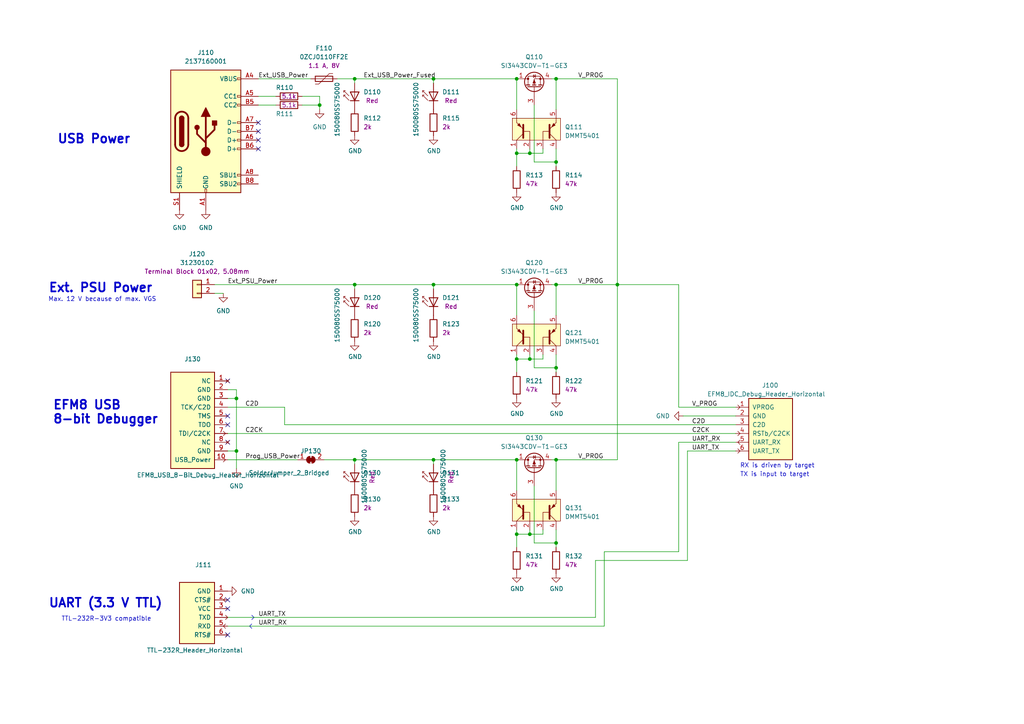
<source format=kicad_sch>
(kicad_sch (version 20211123) (generator eeschema)
  (paper "A4")
  (lib_symbols
    (symbol "Connector_Special_Purpose_User:EFM8_IDC_Debug_Header_Horizontal" (pin_names (offset 1.016))
      (property "Reference" "J" (at 0 8.89 0))
      (property "Value" "EFM8_IDC_Debug_Header_Horizontal" (at 4.445 -11.43 0))
      (property "Manufacturer" "Wurth Electronics" (at -7.62 -21.59 0))
      (property "MPN" "61200621721" (at 8.89 -21.59 0))
      (property "Supplier" "Digi-Key" (at -5.08 -24.13 0))
      (property "SPN" "732-5404-ND" (at 7.62 -24.13 0))
      (symbol "EFM8_IDC_Debug_Header_Horizontal_0_1"
        (polyline (pts (xy -4.445 -8.255) (xy -3.81 -7.62) (xy -4.445 -6.985)))
        (polyline (pts (xy -4.445 -3.175) (xy -3.81 -2.54) (xy -4.445 -1.905)))
        (polyline (pts (xy -4.445 4.445) (xy -3.81 5.08) (xy -4.445 5.715)))
        (polyline (pts (xy -3.81 -4.445) (xy -4.445 -5.08) (xy -3.81 -5.715)))
      )
      (symbol "EFM8_IDC_Debug_Header_Horizontal_1_1"
        (rectangle (start -1.27 7.62) (end 11.43 -10.16) (stroke (width 0.254)) (fill (type background)))
        (pin input line (at -5.08 5.08 0) (length 3.81) (name "VPROG") (number "1"))
        (pin power_out line (at -5.08 2.54 0) (length 3.81) (name "GND") (number "2"))
        (pin bidirectional line (at -5.08 0 0) (length 3.81) (name "C2D") (number "3"))
        (pin input line (at -5.08 -2.54 0) (length 3.81) (name "RSTb/C2CK") (number "4"))
        (pin output line (at -5.08 -5.08 0) (length 3.81) (name "UART_RX") (number "5"))
        (pin input line (at -5.08 -7.62 0) (length 3.81) (name "UART_TX") (number "6"))
      )
    )
    (symbol "Connector_Special_Purpose_User:EFM8_USB_8-Bit_Debug_Header_Horizontal" (pin_names (offset 1.016))
      (property "Reference" "J" (at 0 13.97 0))
      (property "Value" "EFM8_USB_8-Bit_Debug_Header_Horizontal" (at 0.635 -17.145 0))
      (symbol "EFM8_USB_8-Bit_Debug_Header_Horizontal_0_1"
        (polyline (pts (xy -3.81 -12.065) (xy -4.445 -12.7) (xy -3.81 -13.335)))
        (polyline (pts (xy -3.81 -4.445) (xy -4.445 -5.08) (xy -3.81 -5.715)))
      )
      (symbol "EFM8_USB_8-Bit_Debug_Header_Horizontal_1_1"
        (rectangle (start -1.27 12.7) (end 11.43 -15.24) (stroke (width 0.254)) (fill (type background)))
        (pin no_connect line (at -5.08 10.16 0) (length 3.81) (name "NC") (number "1"))
        (pin power_out line (at -5.08 -12.7 0) (length 3.81) (name "USB_Power") (number "10"))
        (pin power_out line (at -5.08 7.62 0) (length 3.81) (name "GND") (number "2"))
        (pin power_out line (at -5.08 5.08 0) (length 3.81) (name "GND") (number "3"))
        (pin bidirectional line (at -5.08 2.54 0) (length 3.81) (name "TCK/C2D") (number "4"))
        (pin passive line (at -5.08 0 0) (length 3.81) (name "TMS") (number "5"))
        (pin passive line (at -5.08 -2.54 0) (length 3.81) (name "TDO") (number "6"))
        (pin output line (at -5.08 -5.08 0) (length 3.81) (name "TDI/C2CK") (number "7"))
        (pin no_connect line (at -5.08 -7.62 0) (length 3.81) (name "NC") (number "8"))
        (pin power_out line (at -5.08 -10.16 0) (length 3.81) (name "GND") (number "9"))
      )
    )
    (symbol "Connector_Special_Purpose_User:TTL-232R_Header_Horizontal" (pin_names (offset 1.016))
      (property "Reference" "J" (at -3.81 10.16 0))
      (property "Value" "TTL-232R_Header_Horizontal" (at 0.635 -10.795 0))
      (symbol "TTL-232R_Header_Horizontal_0_1"
        (polyline (pts (xy -8.89 -6.35) (xy -8.255 -6.985)))
        (polyline (pts (xy -8.89 -6.35) (xy -8.255 -5.715)))
        (polyline (pts (xy -8.89 -1.27) (xy -8.255 -1.905)))
        (polyline (pts (xy -8.89 -1.27) (xy -8.255 -0.635)))
        (polyline (pts (xy -7.62 -3.81) (xy -8.255 -4.445)))
        (polyline (pts (xy -7.62 -3.81) (xy -8.255 -3.175)))
        (polyline (pts (xy -7.62 3.81) (xy -8.255 3.175)))
        (polyline (pts (xy -7.62 3.81) (xy -8.255 4.445)))
      )
      (symbol "TTL-232R_Header_Horizontal_1_1"
        (rectangle (start -5.08 8.89) (end 5.08 -8.89) (stroke (width 0.254)) (fill (type background)))
        (pin power_out line (at -8.89 6.35 0) (length 3.81) (name "GND") (number "1"))
        (pin input line (at -8.89 3.81 0) (length 3.81) (name "CTS#") (number "2"))
        (pin power_out line (at -8.89 1.27 0) (length 3.81) (name "VCC") (number "3"))
        (pin output line (at -8.89 -1.27 0) (length 3.81) (name "TXD") (number "4"))
        (pin input line (at -8.89 -3.81 0) (length 3.81) (name "RXD") (number "5"))
        (pin output line (at -8.89 -6.35 0) (length 3.81) (name "RTS#") (number "6"))
      )
    )
    (symbol "Connector_User:2137160001" (pin_names (offset 1.016))
      (property "Reference" "J" (at -10.16 19.05 0))
      (property "Value" "2137160001" (at 19.05 19.05 0))
      (symbol "2137160001_0_0"
        (rectangle (start -0.254 -17.78) (end 0.254 -16.764))
        (rectangle (start 10.16 -14.986) (end 9.144 -15.494))
        (rectangle (start 10.16 -12.446) (end 9.144 -12.954))
        (rectangle (start 10.16 -4.826) (end 9.144 -5.334))
        (rectangle (start 10.16 -2.286) (end 9.144 -2.794))
        (rectangle (start 10.16 0.254) (end 9.144 -0.254))
        (rectangle (start 10.16 2.794) (end 9.144 2.286))
        (rectangle (start 10.16 7.874) (end 9.144 7.366))
        (rectangle (start 10.16 10.414) (end 9.144 9.906))
        (rectangle (start 10.16 15.494) (end 9.144 14.986))
      )
      (symbol "2137160001_0_1"
        (rectangle (start -10.16 17.78) (end 10.16 -17.78) (stroke (width 0.254)) (fill (type background)))
        (arc (start -8.89 -3.81) (mid -6.985 -5.715) (end -5.08 -3.81) (stroke (width 0.508)))
        (arc (start -7.62 -3.81) (mid -6.985 -4.445) (end -6.35 -3.81) (stroke (width 0.254)))
        (arc (start -7.62 -3.81) (mid -6.985 -4.445) (end -6.35 -3.81) (stroke (width 0.254)) (fill (type outline)))
        (rectangle (start -7.62 -3.81) (end -6.35 3.81) (stroke (width 0.254)) (fill (type outline)))
        (arc (start -6.35 3.81) (mid -6.985 4.445) (end -7.62 3.81) (stroke (width 0.254)))
        (arc (start -6.35 3.81) (mid -6.985 4.445) (end -7.62 3.81) (stroke (width 0.254)) (fill (type outline)))
        (arc (start -5.08 3.81) (mid -6.985 5.715) (end -8.89 3.81) (stroke (width 0.508)))
        (circle (center -2.54 1.143) (radius 0.635) (stroke (width 0.254)) (fill (type outline)))
        (circle (center 0 -5.842) (radius 1.27) (fill (type outline)))
        (polyline (pts (xy -8.89 -3.81) (xy -8.89 3.81)) (stroke (width 0.508)))
        (polyline (pts (xy -5.08 3.81) (xy -5.08 -3.81)) (stroke (width 0.508)))
        (polyline (pts (xy 0 -5.842) (xy 0 4.318)) (stroke (width 0.508)))
        (polyline (pts (xy 0 -3.302) (xy -2.54 -0.762) (xy -2.54 0.508)) (stroke (width 0.508)))
        (polyline (pts (xy 0 -2.032) (xy 2.54 0.508) (xy 2.54 1.778)) (stroke (width 0.508)))
        (polyline (pts (xy -1.27 4.318) (xy 0 6.858) (xy 1.27 4.318) (xy -1.27 4.318)) (stroke (width 0.254)) (fill (type outline)))
        (rectangle (start 1.905 1.778) (end 3.175 3.048) (stroke (width 0.254)) (fill (type outline)))
      )
      (symbol "2137160001_1_1"
        (pin passive line (at 0 -22.86 90) (length 5.08) (name "GND") (number "A1"))
        (pin passive line (at 0 -22.86 90) (length 5.08) hide (name "GND") (number "A12"))
        (pin passive line (at 15.24 15.24 180) (length 5.08) (name "VBUS") (number "A4"))
        (pin bidirectional line (at 15.24 10.16 180) (length 5.08) (name "CC1") (number "A5"))
        (pin bidirectional line (at 15.24 -2.54 180) (length 5.08) (name "D+") (number "A6"))
        (pin bidirectional line (at 15.24 2.54 180) (length 5.08) (name "D-") (number "A7"))
        (pin bidirectional line (at 15.24 -12.7 180) (length 5.08) (name "SBU1") (number "A8"))
        (pin passive line (at 15.24 15.24 180) (length 5.08) hide (name "VBUS") (number "A9"))
        (pin passive line (at 0 -22.86 90) (length 5.08) hide (name "GND") (number "B1"))
        (pin passive line (at 0 -22.86 90) (length 5.08) hide (name "GND") (number "B12"))
        (pin passive line (at 15.24 15.24 180) (length 5.08) hide (name "VBUS") (number "B4"))
        (pin bidirectional line (at 15.24 7.62 180) (length 5.08) (name "CC2") (number "B5"))
        (pin bidirectional line (at 15.24 -5.08 180) (length 5.08) (name "D+") (number "B6"))
        (pin bidirectional line (at 15.24 0 180) (length 5.08) (name "D-") (number "B7"))
        (pin bidirectional line (at 15.24 -15.24 180) (length 5.08) (name "SBU2") (number "B8"))
        (pin passive line (at 15.24 15.24 180) (length 5.08) hide (name "VBUS") (number "B9"))
        (pin passive line (at -7.62 -22.86 90) (length 5.08) (name "SHIELD") (number "S1"))
      )
    )
    (symbol "Connector_User:31230102" (pin_names (offset 3) hide)
      (property "Reference" "J" (at 0 3.81 0))
      (property "Value" "31230102" (at 0 -5.08 0))
      (property "Pretty Value" "Terminal Block 01x02, 5.08mm" (at -0.635 -6.985 0))
      (symbol "31230102_1_1"
        (rectangle (start -1.27 -1.143) (end 0 -1.397) (stroke (width 0.1524)))
        (rectangle (start -1.27 1.397) (end 0 1.143) (stroke (width 0.1524)))
        (rectangle (start -1.27 2.54) (end 1.27 -2.54) (stroke (width 0.254)) (fill (type background)))
        (pin passive line (at -5.08 1.27 0) (length 3.81) (name "Pin_1") (number "1"))
        (pin passive line (at -5.08 -1.27 0) (length 3.81) (name "Pin_2") (number "2"))
      )
    )
    (symbol "Fuse_User:0ZCJ0110FF2E" (pin_numbers hide) (pin_names (offset 0))
      (property "Reference" "F" (at -2.54 0 90))
      (property "Value" "0ZCJ0110FF2E" (at 2.54 0 90))
      (property "Info" "1.1 A, 8V" (at 5.08 -5.08 90))
      (symbol "0ZCJ0110FF2E_1_1"
        (rectangle (start -0.762 2.54) (end 0.762 -2.54) (stroke (width 0.254)))
        (polyline (pts (xy 0 2.54) (xy 0 -2.54)))
        (polyline (pts (xy -1.524 2.54) (xy -1.524 1.524) (xy 1.524 -1.524) (xy 1.524 -2.54)))
        (pin passive line (at 0 3.81 270) (length 1.27) (name "~") (number "1"))
        (pin passive line (at 0 -3.81 90) (length 1.27) (name "~") (number "2"))
      )
    )
    (symbol "Jumper:SolderJumper_2_Bridged" (pin_names (offset 0) hide)
      (property "Reference" "JP" (at 0 2.032 0))
      (property "Value" "SolderJumper_2_Bridged" (at 0 -2.54 0))
      (symbol "SolderJumper_2_Bridged_0_1"
        (rectangle (start -0.508 0.508) (end 0.508 -0.508) (fill (type outline)))
        (arc (start -0.254 1.016) (mid -1.27 0) (end -0.254 -1.016))
        (arc (start -0.254 1.016) (mid -1.27 0) (end -0.254 -1.016) (fill (type outline)))
        (polyline (pts (xy -0.254 1.016) (xy -0.254 -1.016)))
        (polyline (pts (xy 0.254 1.016) (xy 0.254 -1.016)))
        (arc (start 0.254 -1.016) (mid 1.27 0) (end 0.254 1.016))
        (arc (start 0.254 -1.016) (mid 1.27 0) (end 0.254 1.016) (fill (type outline)))
      )
      (symbol "SolderJumper_2_Bridged_1_1"
        (pin passive line (at -3.81 0 0) (length 2.54) (name "A") (number "1"))
        (pin passive line (at 3.81 0 180) (length 2.54) (name "B") (number "2"))
      )
    )
    (symbol "LED_User:150080SS75000" (pin_numbers hide) (pin_names (offset 1.016) hide)
      (property "Reference" "D" (at 0.508 1.778 0))
      (property "Value" "150080SS75000" (at -1.016 -2.794 0))
      (property "Info" "Red" (at -1.27 -5.08 0))
      (symbol "150080SS75000_0_1"
        (polyline (pts (xy -2.54 1.27) (xy -2.54 -1.27)) (stroke (width 0.254)))
        (polyline (pts (xy 0 0) (xy -2.54 0)))
        (polyline (pts (xy 0.381 3.175) (xy -0.127 3.175)))
        (polyline (pts (xy -1.143 1.651) (xy 0.381 3.175) (xy 0.381 2.667)))
        (polyline (pts (xy 0 -1.27) (xy -2.54 0) (xy 0 1.27) (xy 0 -1.27)) (stroke (width 0.254)))
        (polyline (pts (xy -2.413 1.651) (xy -0.889 3.175) (xy -0.889 2.667) (xy -0.889 3.175) (xy -1.397 3.175)))
      )
      (symbol "150080SS75000_1_1"
        (pin passive line (at -5.08 0 0) (length 2.54) (name "K") (number "1"))
        (pin passive line (at 2.54 0 180) (length 2.54) (name "A") (number "2"))
      )
    )
    (symbol "Resistor_User:2k,0603" (pin_numbers hide) (pin_names (offset 0.254) hide)
      (property "Reference" "R" (at 0 -0.635 90))
      (property "Resistance" "2k" (at 1.905 0 0))
      (symbol "2k,0603_1_1"
        (rectangle (start -1.016 -2.54) (end 1.016 2.54) (stroke (width 0.254)))
        (pin passive line (at 0 3.81 270) (length 1.27) (name "~") (number "1"))
        (pin passive line (at 0 -3.81 90) (length 1.27) (name "~") (number "2"))
      )
    )
    (symbol "Resistor_User:47k,0603" (pin_numbers hide) (pin_names (offset 0.254) hide)
      (property "Reference" "R" (at 0 -0.635 90))
      (property "Resistance" "47k" (at 1.905 0 0))
      (symbol "47k,0603_1_1"
        (rectangle (start -1.016 -2.54) (end 1.016 2.54) (stroke (width 0.254)))
        (pin passive line (at 0 3.81 270) (length 1.27) (name "~") (number "1"))
        (pin passive line (at 0 -3.81 90) (length 1.27) (name "~") (number "2"))
      )
    )
    (symbol "Resistor_User:5.1k,0603" (pin_numbers hide) (pin_names (offset 0.254) hide)
      (property "Reference" "R" (at 0 -0.635 90))
      (property "Resistance" "5.1k" (at 1.905 0 0))
      (symbol "5.1k,0603_1_1"
        (rectangle (start -1.016 -2.54) (end 1.016 2.54) (stroke (width 0.254)))
        (pin passive line (at 0 3.81 270) (length 1.27) (name "~") (number "1"))
        (pin passive line (at 0 -3.81 90) (length 1.27) (name "~") (number "2"))
      )
    )
    (symbol "Transistor_BJT_User:DMMT5401" (pin_names hide)
      (property "Reference" "Q" (at 10.16 2.54 0))
      (property "Value" "DMMT5401" (at 13.97 0 0))
      (symbol "DMMT5401_0_1"
        (rectangle (start -6.35 3.81) (end 7.62 -2.54) (fill (type background)))
        (polyline (pts (xy -5.08 -2.54) (xy -3.175 -0.635)))
        (polyline (pts (xy -5.08 2.54) (xy -5.08 3.81)))
        (polyline (pts (xy -5.08 2.54) (xy -3.175 0.635)))
        (polyline (pts (xy -2.54 0) (xy -3.175 0)))
        (polyline (pts (xy 3.81 0) (xy 4.445 0)))
        (polyline (pts (xy 6.35 -2.54) (xy 4.445 -0.635)))
        (polyline (pts (xy 6.35 2.54) (xy 4.445 0.635)))
        (polyline (pts (xy 6.35 3.81) (xy 6.35 2.54)))
        (polyline (pts (xy -3.175 -1.905) (xy -3.175 1.905) (xy -3.175 1.905)) (stroke (width 0.508)) (fill (type outline)))
        (polyline (pts (xy -2.54 0) (xy -1.27 0) (xy -1.27 -2.54)))
        (polyline (pts (xy 3.81 0) (xy 2.54 0) (xy 2.54 -2.54)))
        (polyline (pts (xy 4.445 -1.905) (xy 4.445 1.905) (xy 4.445 1.905)) (stroke (width 0.508)) (fill (type outline)))
        (polyline (pts (xy -4.318 2.286) (xy -4.826 1.778) (xy -3.81 1.27) (xy -4.318 2.286) (xy -4.318 2.286)) (fill (type outline)))
        (polyline (pts (xy 5.588 2.286) (xy 6.096 1.778) (xy 5.08 1.27) (xy 5.588 2.286) (xy 5.588 2.286)) (fill (type outline)))
      )
      (symbol "DMMT5401_1_1"
        (pin passive line (at -5.08 -5.08 90) (length 2.54) (name "C1") (number "1"))
        (pin passive line (at -1.27 -5.08 90) (length 2.54) (name "B1") (number "2"))
        (pin passive line (at 2.54 -5.08 90) (length 2.54) (name "B2") (number "3"))
        (pin passive line (at 6.35 -5.08 90) (length 2.54) (name "C2") (number "4"))
        (pin passive line (at 6.35 6.35 270) (length 2.54) (name "E2") (number "5"))
        (pin passive line (at -5.08 6.35 270) (length 2.54) (name "E1") (number "6"))
      )
    )
    (symbol "Transistor_FET_User:SI3443CDV-T1-GE3" (pin_names hide)
      (property "Reference" "Q" (at 5.08 1.905 0))
      (property "Value" "SI3443CDV-T1-GE3" (at 5.08 0 0))
      (symbol "SI3443CDV-T1-GE3_0_0"
        (pin passive line (at 2.54 5.08 270) (length 2.54) hide (name "D") (number "2"))
        (pin passive line (at 2.54 5.08 270) (length 2.54) hide (name "D") (number "5"))
        (pin passive line (at 2.54 5.08 270) (length 2.54) hide (name "D") (number "6"))
      )
      (symbol "SI3443CDV-T1-GE3_0_1"
        (polyline (pts (xy 0.254 0) (xy -2.54 0)))
        (polyline (pts (xy 0.254 1.905) (xy 0.254 -1.905)) (stroke (width 0.254)))
        (polyline (pts (xy 0.762 -1.27) (xy 0.762 -2.286)) (stroke (width 0.254)))
        (polyline (pts (xy 0.762 0.508) (xy 0.762 -0.508)) (stroke (width 0.254)))
        (polyline (pts (xy 0.762 2.286) (xy 0.762 1.27)) (stroke (width 0.254)))
        (polyline (pts (xy 2.54 2.54) (xy 2.54 1.778)))
        (polyline (pts (xy 2.54 -2.54) (xy 2.54 0) (xy 0.762 0)))
        (polyline (pts (xy 0.762 1.778) (xy 3.302 1.778) (xy 3.302 -1.778) (xy 0.762 -1.778)))
        (polyline (pts (xy 2.286 0) (xy 1.27 0.381) (xy 1.27 -0.381) (xy 2.286 0)) (fill (type outline)))
        (polyline (pts (xy 2.794 -0.508) (xy 2.921 -0.381) (xy 3.683 -0.381) (xy 3.81 -0.254)))
        (polyline (pts (xy 3.302 -0.381) (xy 2.921 0.254) (xy 3.683 0.254) (xy 3.302 -0.381)))
        (circle (center 1.651 0) (radius 2.794) (stroke (width 0.254)))
        (circle (center 2.54 -1.778) (radius 0.254) (fill (type outline)))
        (circle (center 2.54 1.778) (radius 0.254) (fill (type outline)))
      )
      (symbol "SI3443CDV-T1-GE3_1_1"
        (pin passive line (at 2.54 5.08 270) (length 2.54) (name "D") (number "1"))
        (pin input line (at -5.08 0 0) (length 2.54) (name "G") (number "3"))
        (pin passive line (at 2.54 -5.08 90) (length 2.54) (name "S") (number "4"))
      )
    )
    (symbol "power:GND" (power) (pin_names (offset 0))
      (property "Value" "GND" (at 0 -3.81 0))
      (symbol "GND_0_1"
        (polyline (pts (xy 0 0) (xy 0 -1.27) (xy 1.27 -1.27) (xy 0 -2.54) (xy -1.27 -1.27) (xy 0 -1.27)))
      )
      (symbol "GND_1_1"
        (pin power_in line (at 0 0 270) (length 0) hide (name "GND") (number "1"))
      )
    )
  )
  (junction (at 161.29 106.68))
  (junction (at 102.87 22.86))
  (junction (at 68.58 130.81))
  (junction (at 92.71 30.48))
  (junction (at 149.86 104.14))
  (junction (at 149.86 82.55))
  (junction (at 102.87 82.55))
  (junction (at 125.73 133.35))
  (junction (at 161.29 46.99))
  (junction (at 149.86 133.35))
  (junction (at 179.07 82.55))
  (junction (at 102.87 133.35))
  (junction (at 161.29 22.86))
  (junction (at 153.67 44.45))
  (junction (at 161.29 82.55))
  (junction (at 125.73 82.55))
  (junction (at 153.67 154.94))
  (junction (at 125.73 22.86))
  (junction (at 149.86 154.94))
  (junction (at 149.86 44.45))
  (junction (at 161.29 157.48))
  (junction (at 149.86 22.86))
  (junction (at 68.58 115.57))
  (junction (at 161.29 133.35))
  (junction (at 153.67 104.14))
  (no_connect (at 74.93 35.56))
  (no_connect (at 74.93 38.1))
  (no_connect (at 74.93 40.64))
  (no_connect (at 74.93 43.18))
  (no_connect (at 66.04 176.53))
  (no_connect (at 66.04 173.99))
  (no_connect (at 66.04 184.15))
  (no_connect (at 66.04 128.27))
  (no_connect (at 66.04 123.19))
  (no_connect (at 66.04 120.65))
  (no_connect (at 66.04 110.49))
  (wire (pts (xy 198.12 120.65) (xy 213.36 120.65)))
  (wire (pts (xy 154.94 46.99) (xy 161.29 46.99)))
  (wire (pts (xy 154.94 30.48) (xy 154.94 46.99)))
  (wire (pts (xy 102.87 24.13) (xy 102.87 22.86)))
  (wire (pts (xy 62.23 82.55) (xy 102.87 82.55)))
  (wire (pts (xy 157.48 44.45) (xy 153.67 44.45)))
  (polyline (pts (xy 73.025 178.435) (xy 73.66 179.07)))
  (wire (pts (xy 74.93 22.86) (xy 90.17 22.86)))
  (wire (pts (xy 149.86 107.95) (xy 149.86 104.14)))
  (wire (pts (xy 153.67 154.94) (xy 149.86 154.94)))
  (wire (pts (xy 66.04 125.73) (xy 213.36 125.73)))
  (wire (pts (xy 87.63 27.94) (xy 92.71 27.94)))
  (wire (pts (xy 102.87 133.35) (xy 125.73 133.35)))
  (wire (pts (xy 196.85 82.55) (xy 179.07 82.55)))
  (wire (pts (xy 66.04 115.57) (xy 68.58 115.57)))
  (wire (pts (xy 149.86 158.75) (xy 149.86 154.94)))
  (wire (pts (xy 92.71 30.48) (xy 87.63 30.48)))
  (wire (pts (xy 199.39 130.81) (xy 213.36 130.81)))
  (wire (pts (xy 157.48 104.14) (xy 153.67 104.14)))
  (wire (pts (xy 175.26 160.02) (xy 175.26 181.61)))
  (wire (pts (xy 172.72 162.56) (xy 199.39 162.56)))
  (wire (pts (xy 82.55 123.19) (xy 82.55 118.11)))
  (wire (pts (xy 172.72 162.56) (xy 172.72 179.07)))
  (wire (pts (xy 161.29 102.87) (xy 161.29 106.68)))
  (wire (pts (xy 66.04 181.61) (xy 175.26 181.61)))
  (wire (pts (xy 157.48 154.94) (xy 153.67 154.94)))
  (wire (pts (xy 66.04 130.81) (xy 68.58 130.81)))
  (wire (pts (xy 157.48 102.87) (xy 157.48 104.14)))
  (wire (pts (xy 179.07 22.86) (xy 179.07 82.55)))
  (wire (pts (xy 154.94 106.68) (xy 161.29 106.68)))
  (wire (pts (xy 161.29 82.55) (xy 161.29 91.44)))
  (wire (pts (xy 161.29 153.67) (xy 161.29 157.48)))
  (polyline (pts (xy 72.39 181.61) (xy 73.025 182.245)))
  (wire (pts (xy 161.29 106.68) (xy 161.29 107.95)))
  (wire (pts (xy 157.48 153.67) (xy 157.48 154.94)))
  (wire (pts (xy 196.85 118.11) (xy 213.36 118.11)))
  (wire (pts (xy 149.86 142.24) (xy 149.86 133.35)))
  (wire (pts (xy 68.58 113.03) (xy 68.58 115.57)))
  (wire (pts (xy 125.73 83.82) (xy 125.73 82.55)))
  (wire (pts (xy 161.29 22.86) (xy 160.02 22.86)))
  (wire (pts (xy 149.86 104.14) (xy 149.86 102.87)))
  (wire (pts (xy 125.73 133.35) (xy 149.86 133.35)))
  (wire (pts (xy 153.67 44.45) (xy 149.86 44.45)))
  (wire (pts (xy 161.29 133.35) (xy 160.02 133.35)))
  (wire (pts (xy 196.85 128.27) (xy 213.36 128.27)))
  (wire (pts (xy 102.87 134.62) (xy 102.87 133.35)))
  (wire (pts (xy 154.94 140.97) (xy 154.94 157.48)))
  (wire (pts (xy 199.39 162.56) (xy 199.39 130.81)))
  (wire (pts (xy 125.73 134.62) (xy 125.73 133.35)))
  (polyline (pts (xy 73.025 179.705) (xy 73.66 179.07)))
  (wire (pts (xy 161.29 82.55) (xy 160.02 82.55)))
  (wire (pts (xy 154.94 90.17) (xy 154.94 106.68)))
  (wire (pts (xy 74.93 27.94) (xy 80.01 27.94)))
  (wire (pts (xy 102.87 83.82) (xy 102.87 82.55)))
  (wire (pts (xy 149.86 44.45) (xy 149.86 43.18)))
  (wire (pts (xy 154.94 157.48) (xy 161.29 157.48)))
  (wire (pts (xy 149.86 31.75) (xy 149.86 22.86)))
  (wire (pts (xy 161.29 157.48) (xy 161.29 158.75)))
  (wire (pts (xy 92.71 31.75) (xy 92.71 30.48)))
  (wire (pts (xy 66.04 179.07) (xy 172.72 179.07)))
  (wire (pts (xy 149.86 154.94) (xy 149.86 153.67)))
  (wire (pts (xy 92.71 27.94) (xy 92.71 30.48)))
  (wire (pts (xy 93.98 133.35) (xy 102.87 133.35)))
  (polyline (pts (xy 72.39 181.61) (xy 73.025 180.975)))
  (wire (pts (xy 153.67 104.14) (xy 149.86 104.14)))
  (wire (pts (xy 161.29 46.99) (xy 161.29 48.26)))
  (wire (pts (xy 125.73 82.55) (xy 149.86 82.55)))
  (wire (pts (xy 125.73 24.13) (xy 125.73 22.86)))
  (wire (pts (xy 153.67 43.18) (xy 153.67 44.45)))
  (wire (pts (xy 157.48 43.18) (xy 157.48 44.45)))
  (wire (pts (xy 102.87 82.55) (xy 125.73 82.55)))
  (wire (pts (xy 179.07 133.35) (xy 179.07 82.55)))
  (wire (pts (xy 196.85 82.55) (xy 196.85 118.11)))
  (wire (pts (xy 68.58 115.57) (xy 68.58 130.81)))
  (wire (pts (xy 161.29 43.18) (xy 161.29 46.99)))
  (wire (pts (xy 66.04 133.35) (xy 86.36 133.35)))
  (wire (pts (xy 102.87 22.86) (xy 125.73 22.86)))
  (wire (pts (xy 153.67 102.87) (xy 153.67 104.14)))
  (wire (pts (xy 161.29 82.55) (xy 179.07 82.55)))
  (wire (pts (xy 64.77 85.09) (xy 62.23 85.09)))
  (wire (pts (xy 161.29 133.35) (xy 179.07 133.35)))
  (wire (pts (xy 175.26 160.02) (xy 196.85 160.02)))
  (wire (pts (xy 149.86 48.26) (xy 149.86 44.45)))
  (wire (pts (xy 161.29 22.86) (xy 179.07 22.86)))
  (wire (pts (xy 161.29 22.86) (xy 161.29 31.75)))
  (wire (pts (xy 66.04 118.11) (xy 82.55 118.11)))
  (wire (pts (xy 125.73 22.86) (xy 149.86 22.86)))
  (wire (pts (xy 153.67 153.67) (xy 153.67 154.94)))
  (wire (pts (xy 149.86 91.44) (xy 149.86 82.55)))
  (wire (pts (xy 80.01 30.48) (xy 74.93 30.48)))
  (wire (pts (xy 68.58 130.81) (xy 68.58 135.89)))
  (wire (pts (xy 196.85 160.02) (xy 196.85 128.27)))
  (wire (pts (xy 82.55 123.19) (xy 213.36 123.19)))
  (wire (pts (xy 97.79 22.86) (xy 102.87 22.86)))
  (wire (pts (xy 66.04 113.03) (xy 68.58 113.03)))
  (wire (pts (xy 161.29 133.35) (xy 161.29 142.24)))
  (text "Ext. PSU Power" (at 13.97 85.09 0) (effects (font (size 2.54 2.54) (thickness 0.508) bold) (justify left bottom)))
  (text "TX is input to target" (at 214.63 138.43 0) (effects (font (size 1.27 1.27)) (justify left bottom)))
  (text "UART (3.3 V TTL)" (at 13.97 176.53 0) (effects (font (size 2.54 2.54) (thickness 0.508) bold) (justify left bottom)))
  (text "Max. 12 V because of max. VGS" (at 13.97 87.63 0) (effects (font (size 1.27 1.27)) (justify left bottom)))
  (text "USB Power" (at 16.51 41.91 0) (effects (font (size 2.54 2.54) (thickness 0.508) bold) (justify left bottom)))
  (text "TTL-232R-3V3 compatible" (at 17.78 180.34 0) (effects (font (size 1.27 1.27)) (justify left bottom)))
  (text "RX is driven by target" (at 214.63 135.89 0) (effects (font (size 1.27 1.27)) (justify left bottom)))
  (text "EFM8 USB\n8-bit Debugger" (at 15.24 123.19 0) (effects (font (size 2.54 2.54) (thickness 0.508) bold) (justify left bottom)))
  (label "UART_RX" (at 200.66 128.27 0))
  (label "UART_TX" (at 200.66 130.81 0))
  (label "V_PROG" (at 167.64 133.35 0))
  (label "V_PROG" (at 167.64 22.86 0))
  (label "C2D" (at 71.12 118.11 0))
  (label "V_PROG" (at 200.66 118.11 0))
  (label "UART_TX" (at 74.93 179.07 0))
  (label "Ext_USB_Power_Fused" (at 105.41 22.86 0))
  (label "Prog_USB_Power" (at 71.12 133.35 0))
  (label "V_PROG" (at 167.64 82.55 0))
  (label "Ext_PSU_Power" (at 66.04 82.55 0))
  (label "C2D" (at 200.66 123.19 0))
  (label "C2CK" (at 200.66 125.73 0))
  (label "Ext_USB_Power" (at 74.93 22.86 0))
  (label "UART_RX" (at 74.93 181.61 0))
  (label "C2CK" (at 71.12 125.73 0))
  (symbol (lib_id "Transistor_BJT_User:DMMT5401") (at 154.94 38.1 0) (unit 1)
    (property "Reference" "Q111" (at 163.83 36.83 0) (effects (justify left)))
    (property "Value" "DMMT5401" (at 163.83 39.37 0) (effects (justify left)))
    (property "Footprint" "Package_TO_SOT_SMD_User:SOT-23-6_Handsoldering" (effects hide))
    (property "Datasheet" "https://www.diodes.com/assets/Datasheets/ds30437.pdf" (effects hide))
    (property "Manufacturer" "Diodes Inc." (effects hide))
    (property "MPN" "DMMT5401-7-F" (effects hide))
    (property "Supplier" "Digi-Key" (effects hide))
    (property "SPN" "DMMT5401-FDICT-ND" (effects hide))
  )
  (symbol (lib_id "power:GND") (at 66.04 171.45 90) (unit 1)
    (property "Reference" "#PWR0140" (effects hide))
    (property "Value" "GND" (at 69.85 171.4499 90) (effects (justify right)))
  )
  (symbol (lib_id "power:GND") (at 102.87 99.06 0) (unit 1)
    (property "Reference" "#PWR0121" (effects hide))
    (property "Value" "GND" (at 102.997 103.4542 0))
  )
  (symbol (lib_id "power:GND") (at 198.12 120.65 270) (unit 1)
    (property "Reference" "#PWR0113" (effects hide))
    (property "Value" "GND" (at 194.31 120.6499 90) (effects (justify right)))
  )
  (symbol (lib_id "Fuse_User:0ZCJ0110FF2E") (at 93.98 22.86 90) (unit 1)
    (property "Reference" "F110" (at 93.98 13.97 90))
    (property "Value" "0ZCJ0110FF2E" (at 93.98 16.51 90))
    (property "Footprint" "Fuse:Fuse_1206_3216Metric_Pad1.42x1.75mm_HandSolder" (effects hide))
    (property "Datasheet" "https://www.belfuse.com/resources/datasheets/circuitprotection/ds-cp-0zch-series.pdf" (effects hide))
    (property "Manufacturer" "Bel Fuse" (effects hide))
    (property "Supplier" "Digi-Key" (effects hide))
    (property "SPN" "507-1807-1-ND" (effects hide))
    (property "Info" "1.1 A, 8V" (at 93.98 19.05 90))
  )
  (symbol (lib_id "LED_User:150080SS75000") (at 102.87 26.67 90) (unit 1)
    (property "Reference" "D110" (at 105.41 26.67 90) (effects (justify right)))
    (property "Value" "150080SS75000" (at 97.79 31.75 0))
    (property "Footprint" "LED_SMD:LED_0805_2012Metric_Pad1.15x1.40mm_HandSolder" (effects hide))
    (property "Datasheet" "https://www.we-online.com/katalog/datasheet/150080SS75000.pdf" (effects hide))
    (property "Manufacturer" "Wurth Elektronik" (effects hide))
    (property "Supplier" "Digi-Key" (effects hide))
    (property "SPN" "732-4985-1-ND" (effects hide))
    (property "Info" "Red" (at 107.95 29.21 90))
  )
  (symbol (lib_id "power:GND") (at 149.86 55.88 0) (unit 1)
    (property "Reference" "#PWR0115" (effects hide))
    (property "Value" "GND" (at 149.987 60.2742 0))
  )
  (symbol (lib_id "power:GND") (at 125.73 99.06 0) (unit 1)
    (property "Reference" "#PWR0103" (effects hide))
    (property "Value" "GND" (at 125.857 103.4542 0))
  )
  (symbol (lib_id "power:GND") (at 161.29 55.88 0) (unit 1)
    (property "Reference" "#PWR0116" (effects hide))
    (property "Value" "GND" (at 161.417 60.2742 0))
  )
  (symbol (lib_id "Resistor_User:5.1k,0603") (at 83.82 27.94 90) (unit 1)
    (property "Reference" "R110" (at 82.55 25.4 90))
    (property "Value" "5.1k,0603" (effects hide))
    (property "Footprint" "Resistor_SMD:R_0603_1608Metric_Pad0.98x0.95mm_HandSolder" (effects hide))
    (property "Resistance" "5.1k" (at 83.82 27.94 90))
    (property "Tolerance" "1%" (effects hide))
    (property "Power" "0.1W" (effects hide))
    (property "Package" "0603" (effects hide))
  )
  (symbol (lib_id "Resistor_User:47k,0603") (at 161.29 162.56 0) (unit 1)
    (property "Reference" "R132" (at 163.83 161.2899 0) (effects (justify left)))
    (property "Value" "47k,0603" (effects hide))
    (property "Footprint" "Resistor_SMD:R_0603_1608Metric_Pad0.98x0.95mm_HandSolder" (effects hide))
    (property "Resistance" "47k" (at 163.83 163.8299 0) (effects (justify left)))
    (property "Tolerance" "1%" (effects hide))
    (property "Power" "0.1W" (effects hide))
    (property "Package" "0603" (effects hide))
  )
  (symbol (lib_id "Resistor_User:5.1k,0603") (at 83.82 30.48 90) (unit 1)
    (property "Reference" "R111" (at 82.55 33.02 90))
    (property "Value" "5.1k,0603" (effects hide))
    (property "Footprint" "Resistor_SMD:R_0603_1608Metric_Pad0.98x0.95mm_HandSolder" (effects hide))
    (property "Resistance" "5.1k" (at 83.82 30.48 90))
    (property "Tolerance" "1%" (effects hide))
    (property "Power" "0.1W" (effects hide))
    (property "Package" "0603" (effects hide))
  )
  (symbol (lib_id "power:GND") (at 64.77 85.09 0) (unit 1)
    (property "Reference" "#PWR0120" (effects hide))
    (property "Value" "GND" (at 64.77 90.17 0))
  )
  (symbol (lib_id "Transistor_FET_User:SI3443CDV-T1-GE3") (at 154.94 25.4 90) (unit 1)
    (property "Reference" "Q110" (at 154.94 16.51 90))
    (property "Value" "SI3443CDV-T1-GE3" (at 154.94 19.05 90))
    (property "Footprint" "Package_TO_SOT_SMD_User:SOT-23-6_Handsoldering" (effects hide))
    (property "Datasheet" "https://www.vishay.com/docs/74495/si3443cd.pdf" (effects hide))
    (property "Manufacturer" "Vishay Siliconix" (effects hide))
    (property "Supplier" "Digi-Key" (effects hide))
    (property "SPN" "SI3443CDV-T1-GE3CT-ND" (effects hide))
  )
  (symbol (lib_id "Jumper:SolderJumper_2_Bridged") (at 90.17 133.35 0) (unit 1)
    (property "Reference" "JP130" (at 90.17 130.81 0))
    (property "Value" "SolderJumper_2_Bridged" (at 83.82 137.16 0))
    (property "Footprint" "Jumper:SolderJumper-2_P1.3mm_Bridged_RoundedPad1.0x1.5mm" (effects hide))
  )
  (symbol (lib_id "power:GND") (at 161.29 166.37 0) (unit 1)
    (property "Reference" "#PWR0133" (effects hide))
    (property "Value" "GND" (at 161.417 170.7642 0))
  )
  (symbol (lib_id "Resistor_User:2k,0603") (at 102.87 146.05 0) (unit 1)
    (property "Reference" "R130" (at 105.41 144.7799 0) (effects (justify left)))
    (property "Value" "2k,0603" (effects hide))
    (property "Footprint" "Resistor_SMD:R_0603_1608Metric_Pad0.98x0.95mm_HandSolder" (effects hide))
    (property "Resistance" "2k" (at 105.41 147.3199 0) (effects (justify left)))
    (property "Tolerance" "1%" (effects hide))
    (property "Power" "0.1W" (effects hide))
    (property "Package" "0603" (effects hide))
  )
  (symbol (lib_id "Connector_User:31230102") (at 57.15 83.82 0) (mirror y) (unit 1)
    (property "Reference" "J120" (at 57.15 73.66 0))
    (property "Value" "31230102" (at 57.15 76.2 0))
    (property "Footprint" "Connector_Phoenix_MSTB:PhoenixContact_MSTBA_2,5_2-G-5,08_1x02_P5.08mm_Horizontal" (effects hide))
    (property "Datasheet" "https://www.metz-connect.com/html/overlay:service:download.en.html?filepath=db%3Aproducts%2Fdocid%3A8a8a80ea821fbff0018315b584d92138.de.1&fileurl=312301%2F873130.PDF" (effects hide))
    (property "Manufacturer" "Metz Connect" (effects hide))
    (property "MPN" "31230102" (effects hide))
    (property "Supplier" "Reichelt" (effects hide))
    (property "SPN" "31230102" (effects hide))
    (property "Pretty Value" "Terminal Block 01x02, 5.08mm" (at 57.15 78.74 0))
    (property "Mating Part" "Mates with 31249102" (effects hide))
  )
  (symbol (lib_id "Connector_Special_Purpose_User:TTL-232R_Header_Horizontal") (at 57.15 177.8 0) (mirror y) (unit 1)
    (property "Reference" "J111" (at 58.9915 163.83 0))
    (property "Value" "TTL-232R_Header_Horizontal" (at 56.515 188.595 0))
    (property "Footprint" "Connector_PinHeader_2.54mm:PinHeader_1x06_P2.54mm_Horizontal" (effects hide))
    (property "Datasheet" "https://www.we-online.com/katalog/datasheet/61300611021.pdf" (effects hide))
    (property "Manufacturer" "Wurth Electronics" (effects hide))
    (property "MPN" "61300611021" (effects hide))
    (property "Pretty Value 1" "01x06 Header, Vertical" (effects hide))
    (property "Supplier" "Digi-Key" (effects hide))
    (property "SPN" "732-5339-ND" (effects hide))
    (property "TTL-232R Datasheet" "https://ftdichip.com/wp-content/uploads/2021/02/DS_TTL-232R_CABLES.pdf" (effects hide))
  )
  (symbol (lib_id "power:GND") (at 102.87 39.37 0) (unit 1)
    (property "Reference" "#PWR0114" (effects hide))
    (property "Value" "GND" (at 102.997 43.7642 0))
  )
  (symbol (lib_id "Transistor_BJT_User:DMMT5401") (at 154.94 97.79 0) (unit 1)
    (property "Reference" "Q121" (at 163.83 96.52 0) (effects (justify left)))
    (property "Value" "DMMT5401" (at 163.83 99.06 0) (effects (justify left)))
    (property "Footprint" "Package_TO_SOT_SMD_User:SOT-23-6_Handsoldering" (effects hide))
    (property "Datasheet" "https://www.diodes.com/assets/Datasheets/ds30437.pdf" (effects hide))
    (property "Manufacturer" "Diodes Inc." (effects hide))
    (property "MPN" "DMMT5401-7-F" (effects hide))
    (property "Supplier" "Digi-Key" (effects hide))
    (property "SPN" "DMMT5401-FDICT-ND" (effects hide))
  )
  (symbol (lib_id "Resistor_User:2k,0603") (at 102.87 95.25 0) (unit 1)
    (property "Reference" "R120" (at 105.41 93.9799 0) (effects (justify left)))
    (property "Value" "2k,0603" (effects hide))
    (property "Footprint" "Resistor_SMD:R_0603_1608Metric_Pad0.98x0.95mm_HandSolder" (effects hide))
    (property "Resistance" "2k" (at 105.41 96.5199 0) (effects (justify left)))
    (property "Tolerance" "1%" (effects hide))
    (property "Power" "0.1W" (effects hide))
    (property "Package" "0603" (effects hide))
  )
  (symbol (lib_id "power:GND") (at 125.73 39.37 0) (unit 1)
    (property "Reference" "#PWR0102" (effects hide))
    (property "Value" "GND" (at 125.857 43.7642 0))
  )
  (symbol (lib_id "LED_User:150080SS75000") (at 125.73 137.16 90) (unit 1)
    (property "Reference" "D131" (at 128.27 137.16 90) (effects (justify right)))
    (property "Value" "150080SS75000" (at 128.524 138.176 0))
    (property "Footprint" "LED_SMD:LED_0805_2012Metric_Pad1.15x1.40mm_HandSolder" (effects hide))
    (property "Datasheet" "https://www.we-online.com/katalog/datasheet/150080SS75000.pdf" (effects hide))
    (property "Manufacturer" "Wurth Elektronik" (effects hide))
    (property "Supplier" "Digi-Key" (effects hide))
    (property "SPN" "732-4985-1-ND" (effects hide))
    (property "Info" "Red" (at 130.81 138.43 0))
  )
  (symbol (lib_id "power:GND") (at 161.29 115.57 0) (unit 1)
    (property "Reference" "#PWR0123" (effects hide))
    (property "Value" "GND" (at 161.417 119.9642 0))
  )
  (symbol (lib_id "LED_User:150080SS75000") (at 125.73 86.36 90) (unit 1)
    (property "Reference" "D121" (at 128.27 86.36 90) (effects (justify right)))
    (property "Value" "150080SS75000" (at 120.65 91.44 0))
    (property "Footprint" "LED_SMD:LED_0805_2012Metric_Pad1.15x1.40mm_HandSolder" (effects hide))
    (property "Datasheet" "https://www.we-online.com/katalog/datasheet/150080SS75000.pdf" (effects hide))
    (property "Manufacturer" "Wurth Elektronik" (effects hide))
    (property "Supplier" "Digi-Key" (effects hide))
    (property "SPN" "732-4985-1-ND" (effects hide))
    (property "Info" "Red" (at 130.81 88.9 90))
  )
  (symbol (lib_id "power:GND") (at 102.87 149.86 0) (unit 1)
    (property "Reference" "#PWR0131" (effects hide))
    (property "Value" "GND" (at 102.997 154.2542 0))
  )
  (symbol (lib_id "power:GND") (at 92.71 31.75 0) (unit 1)
    (property "Reference" "#PWR0112" (effects hide))
    (property "Value" "GND" (at 92.71 36.83 0))
  )
  (symbol (lib_id "power:GND") (at 52.07 60.96 0) (unit 1)
    (property "Reference" "#PWR0110" (effects hide))
    (property "Value" "GND" (at 52.07 66.04 0))
  )
  (symbol (lib_id "power:GND") (at 59.69 60.96 0) (unit 1)
    (property "Reference" "#PWR0111" (effects hide))
    (property "Value" "GND" (at 59.69 66.04 0))
  )
  (symbol (lib_id "Transistor_FET_User:SI3443CDV-T1-GE3") (at 154.94 135.89 90) (unit 1)
    (property "Reference" "Q130" (at 154.94 127 90))
    (property "Value" "SI3443CDV-T1-GE3" (at 154.94 129.54 90))
    (property "Footprint" "Package_TO_SOT_SMD_User:SOT-23-6_Handsoldering" (effects hide))
    (property "Datasheet" "https://www.vishay.com/docs/74495/si3443cd.pdf" (effects hide))
    (property "Manufacturer" "Vishay Siliconix" (effects hide))
    (property "Supplier" "Digi-Key" (effects hide))
    (property "SPN" "SI3443CDV-T1-GE3CT-ND" (effects hide))
  )
  (symbol (lib_id "Transistor_FET_User:SI3443CDV-T1-GE3") (at 154.94 85.09 90) (unit 1)
    (property "Reference" "Q120" (at 154.94 76.2 90))
    (property "Value" "SI3443CDV-T1-GE3" (at 154.94 78.74 90))
    (property "Footprint" "Package_TO_SOT_SMD_User:SOT-23-6_Handsoldering" (effects hide))
    (property "Datasheet" "https://www.vishay.com/docs/74495/si3443cd.pdf" (effects hide))
    (property "Manufacturer" "Vishay Siliconix" (effects hide))
    (property "Supplier" "Digi-Key" (effects hide))
    (property "SPN" "SI3443CDV-T1-GE3CT-ND" (effects hide))
  )
  (symbol (lib_id "Resistor_User:47k,0603") (at 149.86 52.07 0) (unit 1)
    (property "Reference" "R113" (at 152.4 50.7999 0) (effects (justify left)))
    (property "Value" "47k,0603" (effects hide))
    (property "Footprint" "Resistor_SMD:R_0603_1608Metric_Pad0.98x0.95mm_HandSolder" (effects hide))
    (property "Resistance" "47k" (at 152.4 53.3399 0) (effects (justify left)))
    (property "Tolerance" "1%" (effects hide))
    (property "Power" "0.1W" (effects hide))
    (property "Package" "0603" (effects hide))
  )
  (symbol (lib_id "power:GND") (at 149.86 166.37 0) (unit 1)
    (property "Reference" "#PWR0132" (effects hide))
    (property "Value" "GND" (at 149.987 170.7642 0))
  )
  (symbol (lib_id "LED_User:150080SS75000") (at 102.87 137.16 90) (unit 1)
    (property "Reference" "D130" (at 105.41 137.16 90) (effects (justify right)))
    (property "Value" "150080SS75000" (at 105.664 138.176 0))
    (property "Footprint" "LED_SMD:LED_0805_2012Metric_Pad1.15x1.40mm_HandSolder" (effects hide))
    (property "Datasheet" "https://www.we-online.com/katalog/datasheet/150080SS75000.pdf" (effects hide))
    (property "Manufacturer" "Wurth Elektronik" (effects hide))
    (property "Supplier" "Digi-Key" (effects hide))
    (property "SPN" "732-4985-1-ND" (effects hide))
    (property "Info" "Red" (at 107.95 138.43 0))
  )
  (symbol (lib_id "Resistor_User:2k,0603") (at 125.73 146.05 0) (unit 1)
    (property "Reference" "R133" (at 128.27 144.7799 0) (effects (justify left)))
    (property "Value" "2k,0603" (effects hide))
    (property "Footprint" "Resistor_SMD:R_0603_1608Metric_Pad0.98x0.95mm_HandSolder" (effects hide))
    (property "Resistance" "2k" (at 128.27 147.3199 0) (effects (justify left)))
    (property "Tolerance" "1%" (effects hide))
    (property "Power" "0.1W" (effects hide))
    (property "Package" "0603" (effects hide))
  )
  (symbol (lib_id "Resistor_User:2k,0603") (at 125.73 95.25 0) (unit 1)
    (property "Reference" "R123" (at 128.27 93.9799 0) (effects (justify left)))
    (property "Value" "2k,0603" (effects hide))
    (property "Footprint" "Resistor_SMD:R_0603_1608Metric_Pad0.98x0.95mm_HandSolder" (effects hide))
    (property "Resistance" "2k" (at 128.27 96.5199 0) (effects (justify left)))
    (property "Tolerance" "1%" (effects hide))
    (property "Power" "0.1W" (effects hide))
    (property "Package" "0603" (effects hide))
  )
  (symbol (lib_id "Connector_Special_Purpose_User:EFM8_IDC_Debug_Header_Horizontal") (at 218.44 123.19 0) (unit 1)
    (property "Reference" "J100" (at 220.98 111.76 0) (effects (justify left)))
    (property "Value" "EFM8_IDC_Debug_Header_Horizontal" (at 222.25 114.3 0))
    (property "Footprint" "Connector_User:IDC-Header_2x03_P2.54mm_Horizontal_61200621721" (effects hide))
    (property "Datasheet" "https://www.we-online.com/catalog/datasheet/61200621721.pdf" (effects hide))
    (property "Manufacturer" "Wurth Electronics" (effects hide))
    (property "MPN" "61200621721" (effects hide))
    (property "Supplier" "Digi-Key" (effects hide))
    (property "SPN" "732-5404-ND" (effects hide))
  )
  (symbol (lib_id "power:GND") (at 68.58 135.89 0) (unit 1)
    (property "Reference" "#PWR0130" (effects hide))
    (property "Value" "GND" (at 68.58 140.97 0))
  )
  (symbol (lib_id "Resistor_User:47k,0603") (at 149.86 162.56 0) (unit 1)
    (property "Reference" "R131" (at 152.4 161.2899 0) (effects (justify left)))
    (property "Value" "47k,0603" (effects hide))
    (property "Footprint" "Resistor_SMD:R_0603_1608Metric_Pad0.98x0.95mm_HandSolder" (effects hide))
    (property "Resistance" "47k" (at 152.4 163.8299 0) (effects (justify left)))
    (property "Tolerance" "1%" (effects hide))
    (property "Power" "0.1W" (effects hide))
    (property "Package" "0603" (effects hide))
  )
  (symbol (lib_id "Resistor_User:47k,0603") (at 149.86 111.76 0) (unit 1)
    (property "Reference" "R121" (at 152.4 110.4899 0) (effects (justify left)))
    (property "Value" "47k,0603" (effects hide))
    (property "Footprint" "Resistor_SMD:R_0603_1608Metric_Pad0.98x0.95mm_HandSolder" (effects hide))
    (property "Resistance" "47k" (at 152.4 113.0299 0) (effects (justify left)))
    (property "Tolerance" "1%" (effects hide))
    (property "Power" "0.1W" (effects hide))
    (property "Package" "0603" (effects hide))
  )
  (symbol (lib_id "Resistor_User:47k,0603") (at 161.29 52.07 0) (unit 1)
    (property "Reference" "R114" (at 163.83 50.7999 0) (effects (justify left)))
    (property "Value" "47k,0603" (effects hide))
    (property "Footprint" "Resistor_SMD:R_0603_1608Metric_Pad0.98x0.95mm_HandSolder" (effects hide))
    (property "Resistance" "47k" (at 163.83 53.3399 0) (effects (justify left)))
    (property "Tolerance" "1%" (effects hide))
    (property "Power" "0.1W" (effects hide))
    (property "Package" "0603" (effects hide))
  )
  (symbol (lib_id "Transistor_BJT_User:DMMT5401") (at 154.94 148.59 0) (unit 1)
    (property "Reference" "Q131" (at 163.83 147.32 0) (effects (justify left)))
    (property "Value" "DMMT5401" (at 163.83 149.86 0) (effects (justify left)))
    (property "Footprint" "Package_TO_SOT_SMD_User:SOT-23-6_Handsoldering" (effects hide))
    (property "Datasheet" "https://www.diodes.com/assets/Datasheets/ds30437.pdf" (effects hide))
    (property "Manufacturer" "Diodes Inc." (effects hide))
    (property "MPN" "DMMT5401-7-F" (effects hide))
    (property "Supplier" "Digi-Key" (effects hide))
    (property "SPN" "DMMT5401-FDICT-ND" (effects hide))
  )
  (symbol (lib_id "Resistor_User:47k,0603") (at 161.29 111.76 0) (unit 1)
    (property "Reference" "R122" (at 163.83 110.4899 0) (effects (justify left)))
    (property "Value" "47k,0603" (effects hide))
    (property "Footprint" "Resistor_SMD:R_0603_1608Metric_Pad0.98x0.95mm_HandSolder" (effects hide))
    (property "Resistance" "47k" (at 163.83 113.0299 0) (effects (justify left)))
    (property "Tolerance" "1%" (effects hide))
    (property "Power" "0.1W" (effects hide))
    (property "Package" "0603" (effects hide))
  )
  (symbol (lib_id "Connector_Special_Purpose_User:EFM8_USB_8-Bit_Debug_Header_Horizontal") (at 60.96 120.65 0) (mirror y) (unit 1)
    (property "Reference" "J130" (at 55.88 104.14 0))
    (property "Value" "EFM8_USB_8-Bit_Debug_Header_Horizontal" (at 60.325 137.795 0))
    (property "Footprint" "Connector_User:IDC-Header_2x05_P2.54mm_Horizontal_61201021721" (effects hide))
    (property "Datasheet" "https://www.we-online.com/catalog/datasheet/61201021721.pdf" (effects hide))
    (property "Manufacturer" "Wurth Electronics" (effects hide))
    (property "MPN" "61201021721" (effects hide))
    (property "Pretty Value 1" "02x05 Header" (effects hide))
    (property "Supplier" "Digi-Key" (effects hide))
    (property "SPN" "732-2098-ND" (effects hide))
  )
  (symbol (lib_id "Connector_User:2137160001") (at 59.69 38.1 0) (unit 1)
    (property "Reference" "J110" (at 59.69 15.24 0))
    (property "Value" "2137160001" (at 59.69 17.78 0))
    (property "Footprint" "Connector_User:USB_C_Receptacle_Molex_2137160001" (effects hide))
    (property "Datasheet" "https://www.molex.com/molex/products/part-detail/io_connectors/2137160001" (effects hide))
    (property "Manufacturer" "Molex" (effects hide))
    (property "Supplier" "Digi-Key" (effects hide))
    (property "SPN" "900-2137160001CT-ND" (effects hide))
  )
  (symbol (lib_id "LED_User:150080SS75000") (at 125.73 26.67 90) (unit 1)
    (property "Reference" "D111" (at 128.27 26.67 90) (effects (justify right)))
    (property "Value" "150080SS75000" (at 120.65 31.75 0))
    (property "Footprint" "LED_SMD:LED_0805_2012Metric_Pad1.15x1.40mm_HandSolder" (effects hide))
    (property "Datasheet" "https://www.we-online.com/katalog/datasheet/150080SS75000.pdf" (effects hide))
    (property "Manufacturer" "Wurth Elektronik" (effects hide))
    (property "Supplier" "Digi-Key" (effects hide))
    (property "SPN" "732-4985-1-ND" (effects hide))
    (property "Info" "Red" (at 130.81 29.21 90))
  )
  (symbol (lib_id "power:GND") (at 149.86 115.57 0) (unit 1)
    (property "Reference" "#PWR0122" (effects hide))
    (property "Value" "GND" (at 149.987 119.9642 0))
  )
  (symbol (lib_id "Resistor_User:2k,0603") (at 125.73 35.56 0) (unit 1)
    (property "Reference" "R115" (at 128.27 34.2899 0) (effects (justify left)))
    (property "Value" "2k,0603" (effects hide))
    (property "Footprint" "Resistor_SMD:R_0603_1608Metric_Pad0.98x0.95mm_HandSolder" (effects hide))
    (property "Resistance" "2k" (at 128.27 36.8299 0) (effects (justify left)))
    (property "Tolerance" "1%" (effects hide))
    (property "Power" "0.1W" (effects hide))
    (property "Package" "0603" (effects hide))
  )
  (symbol (lib_id "Resistor_User:2k,0603") (at 102.87 35.56 0) (unit 1)
    (property "Reference" "R112" (at 105.41 34.2899 0) (effects (justify left)))
    (property "Value" "2k,0603" (effects hide))
    (property "Footprint" "Resistor_SMD:R_0603_1608Metric_Pad0.98x0.95mm_HandSolder" (effects hide))
    (property "Resistance" "2k" (at 105.41 36.8299 0) (effects (justify left)))
    (property "Tolerance" "1%" (effects hide))
    (property "Power" "0.1W" (effects hide))
    (property "Package" "0603" (effects hide))
  )
  (symbol (lib_id "power:GND") (at 125.73 149.86 0) (unit 1)
    (property "Reference" "#PWR0101" (effects hide))
    (property "Value" "GND" (at 125.857 154.2542 0))
  )
  (symbol (lib_id "LED_User:150080SS75000") (at 102.87 86.36 90) (unit 1)
    (property "Reference" "D120" (at 105.41 86.36 90) (effects (justify right)))
    (property "Value" "150080SS75000" (at 97.79 91.44 0))
    (property "Footprint" "LED_SMD:LED_0805_2012Metric_Pad1.15x1.40mm_HandSolder" (effects hide))
    (property "Datasheet" "https://www.we-online.com/katalog/datasheet/150080SS75000.pdf" (effects hide))
    (property "Manufacturer" "Wurth Elektronik" (effects hide))
    (property "Supplier" "Digi-Key" (effects hide))
    (property "SPN" "732-4985-1-ND" (effects hide))
    (property "Info" "Red" (at 107.95 88.9 90))
  )
)
</source>
